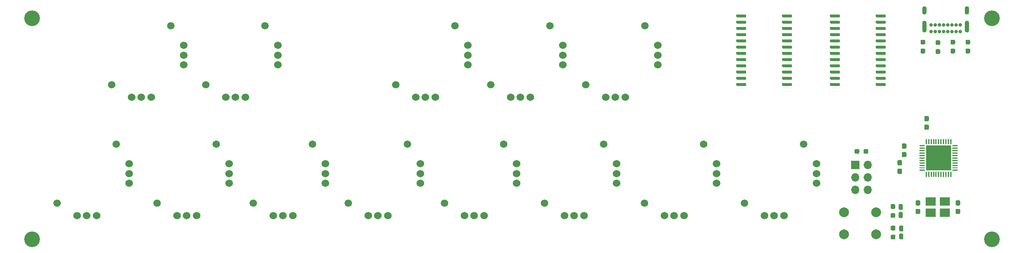
<source format=gbr>
%TF.GenerationSoftware,KiCad,Pcbnew,(5.1.9)-1*%
%TF.CreationDate,2022-01-24T16:54:11-08:00*%
%TF.ProjectId,pspMidi,7073704d-6964-4692-9e6b-696361645f70,rev?*%
%TF.SameCoordinates,Original*%
%TF.FileFunction,Soldermask,Top*%
%TF.FilePolarity,Negative*%
%FSLAX46Y46*%
G04 Gerber Fmt 4.6, Leading zero omitted, Abs format (unit mm)*
G04 Created by KiCad (PCBNEW (5.1.9)-1) date 2022-01-24 16:54:11*
%MOMM*%
%LPD*%
G01*
G04 APERTURE LIST*
%ADD10C,3.200000*%
%ADD11R,2.100000X1.800000*%
%ADD12C,1.500000*%
%ADD13C,1.524000*%
%ADD14R,5.200000X5.200000*%
%ADD15C,2.000000*%
%ADD16O,1.700000X1.700000*%
%ADD17R,1.700000X1.700000*%
%ADD18O,0.900000X1.700000*%
%ADD19O,0.900000X2.400000*%
%ADD20C,0.700000*%
G04 APERTURE END LIST*
D10*
%TO.C,REF\u002A\u002A*%
X41000000Y-56000000D03*
%TD*%
%TO.C,REF\u002A\u002A*%
X41000000Y-101000000D03*
%TD*%
%TO.C,REF\u002A\u002A*%
X236000000Y-101000000D03*
%TD*%
%TO.C,REF\u002A\u002A*%
X236000000Y-56000000D03*
%TD*%
%TO.C,C5*%
G36*
G01*
X218423500Y-82579500D02*
X217948500Y-82579500D01*
G75*
G02*
X217711000Y-82342000I0J237500D01*
G01*
X217711000Y-81742000D01*
G75*
G02*
X217948500Y-81504500I237500J0D01*
G01*
X218423500Y-81504500D01*
G75*
G02*
X218661000Y-81742000I0J-237500D01*
G01*
X218661000Y-82342000D01*
G75*
G02*
X218423500Y-82579500I-237500J0D01*
G01*
G37*
G36*
G01*
X218423500Y-84304500D02*
X217948500Y-84304500D01*
G75*
G02*
X217711000Y-84067000I0J237500D01*
G01*
X217711000Y-83467000D01*
G75*
G02*
X217948500Y-83229500I237500J0D01*
G01*
X218423500Y-83229500D01*
G75*
G02*
X218661000Y-83467000I0J-237500D01*
G01*
X218661000Y-84067000D01*
G75*
G02*
X218423500Y-84304500I-237500J0D01*
G01*
G37*
%TD*%
D11*
%TO.C,Y1*%
X226494000Y-95638000D03*
X223594000Y-95638000D03*
X223594000Y-93338000D03*
X226494000Y-93338000D03*
%TD*%
D12*
%TO.C,VR13*%
X197770000Y-81630000D03*
X185770000Y-93630000D03*
D13*
X189770000Y-96230000D03*
X191770000Y-96230000D03*
X193770000Y-96230000D03*
X200370000Y-89630000D03*
X200370000Y-87630000D03*
X200370000Y-85630000D03*
%TD*%
D12*
%TO.C,VR12*%
X177450000Y-81630000D03*
X165450000Y-93630000D03*
D13*
X169450000Y-96230000D03*
X171450000Y-96230000D03*
X173450000Y-96230000D03*
X180050000Y-89630000D03*
X180050000Y-87630000D03*
X180050000Y-85630000D03*
%TD*%
D12*
%TO.C,VR11*%
X157130000Y-81630000D03*
X145130000Y-93630000D03*
D13*
X149130000Y-96230000D03*
X151130000Y-96230000D03*
X153130000Y-96230000D03*
X159730000Y-89630000D03*
X159730000Y-87630000D03*
X159730000Y-85630000D03*
%TD*%
D12*
%TO.C,VR10*%
X136810000Y-81630000D03*
X124810000Y-93630000D03*
D13*
X128810000Y-96230000D03*
X130810000Y-96230000D03*
X132810000Y-96230000D03*
X139410000Y-89630000D03*
X139410000Y-87630000D03*
X139410000Y-85630000D03*
%TD*%
D12*
%TO.C,VR9*%
X117252000Y-81630000D03*
X105252000Y-93630000D03*
D13*
X109252000Y-96230000D03*
X111252000Y-96230000D03*
X113252000Y-96230000D03*
X119852000Y-89630000D03*
X119852000Y-87630000D03*
X119852000Y-85630000D03*
%TD*%
D12*
%TO.C,VR8*%
X97948000Y-81630000D03*
X85948000Y-93630000D03*
D13*
X89948000Y-96230000D03*
X91948000Y-96230000D03*
X93948000Y-96230000D03*
X100548000Y-89630000D03*
X100548000Y-87630000D03*
X100548000Y-85630000D03*
%TD*%
D12*
%TO.C,VR7*%
X78390000Y-81630000D03*
X66390000Y-93630000D03*
D13*
X70390000Y-96230000D03*
X72390000Y-96230000D03*
X74390000Y-96230000D03*
X80990000Y-89630000D03*
X80990000Y-87630000D03*
X80990000Y-85630000D03*
%TD*%
D12*
%TO.C,VR6*%
X58070000Y-81630000D03*
X46070000Y-93630000D03*
D13*
X50070000Y-96230000D03*
X52070000Y-96230000D03*
X54070000Y-96230000D03*
X60670000Y-89630000D03*
X60670000Y-87630000D03*
X60670000Y-85630000D03*
%TD*%
D12*
%TO.C,VR5*%
X165512000Y-57500000D03*
X153512000Y-69500000D03*
D13*
X157512000Y-72100000D03*
X159512000Y-72100000D03*
X161512000Y-72100000D03*
X168112000Y-65500000D03*
X168112000Y-63500000D03*
X168112000Y-61500000D03*
%TD*%
D12*
%TO.C,VR4*%
X146208000Y-57500000D03*
X134208000Y-69500000D03*
D13*
X138208000Y-72100000D03*
X140208000Y-72100000D03*
X142208000Y-72100000D03*
X148808000Y-65500000D03*
X148808000Y-63500000D03*
X148808000Y-61500000D03*
%TD*%
D12*
%TO.C,VR3*%
X126904000Y-57500000D03*
X114904000Y-69500000D03*
D13*
X118904000Y-72100000D03*
X120904000Y-72100000D03*
X122904000Y-72100000D03*
X129504000Y-65500000D03*
X129504000Y-63500000D03*
X129504000Y-61500000D03*
%TD*%
D12*
%TO.C,VR2*%
X88296000Y-57500000D03*
X76296000Y-69500000D03*
D13*
X80296000Y-72100000D03*
X82296000Y-72100000D03*
X84296000Y-72100000D03*
X90896000Y-65500000D03*
X90896000Y-63500000D03*
X90896000Y-61500000D03*
%TD*%
D12*
%TO.C,VR1*%
X69166001Y-57500000D03*
X57166001Y-69500000D03*
D13*
X61166001Y-72100000D03*
X63166001Y-72100000D03*
X65166001Y-72100000D03*
X71766001Y-65500000D03*
X71766001Y-63500000D03*
X71766001Y-61500000D03*
%TD*%
%TO.C,U3*%
G36*
G01*
X193363000Y-55649000D02*
X193363000Y-55349000D01*
G75*
G02*
X193513000Y-55199000I150000J0D01*
G01*
X195263000Y-55199000D01*
G75*
G02*
X195413000Y-55349000I0J-150000D01*
G01*
X195413000Y-55649000D01*
G75*
G02*
X195263000Y-55799000I-150000J0D01*
G01*
X193513000Y-55799000D01*
G75*
G02*
X193363000Y-55649000I0J150000D01*
G01*
G37*
G36*
G01*
X193363000Y-56919000D02*
X193363000Y-56619000D01*
G75*
G02*
X193513000Y-56469000I150000J0D01*
G01*
X195263000Y-56469000D01*
G75*
G02*
X195413000Y-56619000I0J-150000D01*
G01*
X195413000Y-56919000D01*
G75*
G02*
X195263000Y-57069000I-150000J0D01*
G01*
X193513000Y-57069000D01*
G75*
G02*
X193363000Y-56919000I0J150000D01*
G01*
G37*
G36*
G01*
X193363000Y-58189000D02*
X193363000Y-57889000D01*
G75*
G02*
X193513000Y-57739000I150000J0D01*
G01*
X195263000Y-57739000D01*
G75*
G02*
X195413000Y-57889000I0J-150000D01*
G01*
X195413000Y-58189000D01*
G75*
G02*
X195263000Y-58339000I-150000J0D01*
G01*
X193513000Y-58339000D01*
G75*
G02*
X193363000Y-58189000I0J150000D01*
G01*
G37*
G36*
G01*
X193363000Y-59459000D02*
X193363000Y-59159000D01*
G75*
G02*
X193513000Y-59009000I150000J0D01*
G01*
X195263000Y-59009000D01*
G75*
G02*
X195413000Y-59159000I0J-150000D01*
G01*
X195413000Y-59459000D01*
G75*
G02*
X195263000Y-59609000I-150000J0D01*
G01*
X193513000Y-59609000D01*
G75*
G02*
X193363000Y-59459000I0J150000D01*
G01*
G37*
G36*
G01*
X193363000Y-60729000D02*
X193363000Y-60429000D01*
G75*
G02*
X193513000Y-60279000I150000J0D01*
G01*
X195263000Y-60279000D01*
G75*
G02*
X195413000Y-60429000I0J-150000D01*
G01*
X195413000Y-60729000D01*
G75*
G02*
X195263000Y-60879000I-150000J0D01*
G01*
X193513000Y-60879000D01*
G75*
G02*
X193363000Y-60729000I0J150000D01*
G01*
G37*
G36*
G01*
X193363000Y-61999000D02*
X193363000Y-61699000D01*
G75*
G02*
X193513000Y-61549000I150000J0D01*
G01*
X195263000Y-61549000D01*
G75*
G02*
X195413000Y-61699000I0J-150000D01*
G01*
X195413000Y-61999000D01*
G75*
G02*
X195263000Y-62149000I-150000J0D01*
G01*
X193513000Y-62149000D01*
G75*
G02*
X193363000Y-61999000I0J150000D01*
G01*
G37*
G36*
G01*
X193363000Y-63269000D02*
X193363000Y-62969000D01*
G75*
G02*
X193513000Y-62819000I150000J0D01*
G01*
X195263000Y-62819000D01*
G75*
G02*
X195413000Y-62969000I0J-150000D01*
G01*
X195413000Y-63269000D01*
G75*
G02*
X195263000Y-63419000I-150000J0D01*
G01*
X193513000Y-63419000D01*
G75*
G02*
X193363000Y-63269000I0J150000D01*
G01*
G37*
G36*
G01*
X193363000Y-64539000D02*
X193363000Y-64239000D01*
G75*
G02*
X193513000Y-64089000I150000J0D01*
G01*
X195263000Y-64089000D01*
G75*
G02*
X195413000Y-64239000I0J-150000D01*
G01*
X195413000Y-64539000D01*
G75*
G02*
X195263000Y-64689000I-150000J0D01*
G01*
X193513000Y-64689000D01*
G75*
G02*
X193363000Y-64539000I0J150000D01*
G01*
G37*
G36*
G01*
X193363000Y-65809000D02*
X193363000Y-65509000D01*
G75*
G02*
X193513000Y-65359000I150000J0D01*
G01*
X195263000Y-65359000D01*
G75*
G02*
X195413000Y-65509000I0J-150000D01*
G01*
X195413000Y-65809000D01*
G75*
G02*
X195263000Y-65959000I-150000J0D01*
G01*
X193513000Y-65959000D01*
G75*
G02*
X193363000Y-65809000I0J150000D01*
G01*
G37*
G36*
G01*
X193363000Y-67079000D02*
X193363000Y-66779000D01*
G75*
G02*
X193513000Y-66629000I150000J0D01*
G01*
X195263000Y-66629000D01*
G75*
G02*
X195413000Y-66779000I0J-150000D01*
G01*
X195413000Y-67079000D01*
G75*
G02*
X195263000Y-67229000I-150000J0D01*
G01*
X193513000Y-67229000D01*
G75*
G02*
X193363000Y-67079000I0J150000D01*
G01*
G37*
G36*
G01*
X193363000Y-68349000D02*
X193363000Y-68049000D01*
G75*
G02*
X193513000Y-67899000I150000J0D01*
G01*
X195263000Y-67899000D01*
G75*
G02*
X195413000Y-68049000I0J-150000D01*
G01*
X195413000Y-68349000D01*
G75*
G02*
X195263000Y-68499000I-150000J0D01*
G01*
X193513000Y-68499000D01*
G75*
G02*
X193363000Y-68349000I0J150000D01*
G01*
G37*
G36*
G01*
X193363000Y-69619000D02*
X193363000Y-69319000D01*
G75*
G02*
X193513000Y-69169000I150000J0D01*
G01*
X195263000Y-69169000D01*
G75*
G02*
X195413000Y-69319000I0J-150000D01*
G01*
X195413000Y-69619000D01*
G75*
G02*
X195263000Y-69769000I-150000J0D01*
G01*
X193513000Y-69769000D01*
G75*
G02*
X193363000Y-69619000I0J150000D01*
G01*
G37*
G36*
G01*
X184063000Y-69619000D02*
X184063000Y-69319000D01*
G75*
G02*
X184213000Y-69169000I150000J0D01*
G01*
X185963000Y-69169000D01*
G75*
G02*
X186113000Y-69319000I0J-150000D01*
G01*
X186113000Y-69619000D01*
G75*
G02*
X185963000Y-69769000I-150000J0D01*
G01*
X184213000Y-69769000D01*
G75*
G02*
X184063000Y-69619000I0J150000D01*
G01*
G37*
G36*
G01*
X184063000Y-68349000D02*
X184063000Y-68049000D01*
G75*
G02*
X184213000Y-67899000I150000J0D01*
G01*
X185963000Y-67899000D01*
G75*
G02*
X186113000Y-68049000I0J-150000D01*
G01*
X186113000Y-68349000D01*
G75*
G02*
X185963000Y-68499000I-150000J0D01*
G01*
X184213000Y-68499000D01*
G75*
G02*
X184063000Y-68349000I0J150000D01*
G01*
G37*
G36*
G01*
X184063000Y-67079000D02*
X184063000Y-66779000D01*
G75*
G02*
X184213000Y-66629000I150000J0D01*
G01*
X185963000Y-66629000D01*
G75*
G02*
X186113000Y-66779000I0J-150000D01*
G01*
X186113000Y-67079000D01*
G75*
G02*
X185963000Y-67229000I-150000J0D01*
G01*
X184213000Y-67229000D01*
G75*
G02*
X184063000Y-67079000I0J150000D01*
G01*
G37*
G36*
G01*
X184063000Y-65809000D02*
X184063000Y-65509000D01*
G75*
G02*
X184213000Y-65359000I150000J0D01*
G01*
X185963000Y-65359000D01*
G75*
G02*
X186113000Y-65509000I0J-150000D01*
G01*
X186113000Y-65809000D01*
G75*
G02*
X185963000Y-65959000I-150000J0D01*
G01*
X184213000Y-65959000D01*
G75*
G02*
X184063000Y-65809000I0J150000D01*
G01*
G37*
G36*
G01*
X184063000Y-64539000D02*
X184063000Y-64239000D01*
G75*
G02*
X184213000Y-64089000I150000J0D01*
G01*
X185963000Y-64089000D01*
G75*
G02*
X186113000Y-64239000I0J-150000D01*
G01*
X186113000Y-64539000D01*
G75*
G02*
X185963000Y-64689000I-150000J0D01*
G01*
X184213000Y-64689000D01*
G75*
G02*
X184063000Y-64539000I0J150000D01*
G01*
G37*
G36*
G01*
X184063000Y-63269000D02*
X184063000Y-62969000D01*
G75*
G02*
X184213000Y-62819000I150000J0D01*
G01*
X185963000Y-62819000D01*
G75*
G02*
X186113000Y-62969000I0J-150000D01*
G01*
X186113000Y-63269000D01*
G75*
G02*
X185963000Y-63419000I-150000J0D01*
G01*
X184213000Y-63419000D01*
G75*
G02*
X184063000Y-63269000I0J150000D01*
G01*
G37*
G36*
G01*
X184063000Y-61999000D02*
X184063000Y-61699000D01*
G75*
G02*
X184213000Y-61549000I150000J0D01*
G01*
X185963000Y-61549000D01*
G75*
G02*
X186113000Y-61699000I0J-150000D01*
G01*
X186113000Y-61999000D01*
G75*
G02*
X185963000Y-62149000I-150000J0D01*
G01*
X184213000Y-62149000D01*
G75*
G02*
X184063000Y-61999000I0J150000D01*
G01*
G37*
G36*
G01*
X184063000Y-60729000D02*
X184063000Y-60429000D01*
G75*
G02*
X184213000Y-60279000I150000J0D01*
G01*
X185963000Y-60279000D01*
G75*
G02*
X186113000Y-60429000I0J-150000D01*
G01*
X186113000Y-60729000D01*
G75*
G02*
X185963000Y-60879000I-150000J0D01*
G01*
X184213000Y-60879000D01*
G75*
G02*
X184063000Y-60729000I0J150000D01*
G01*
G37*
G36*
G01*
X184063000Y-59459000D02*
X184063000Y-59159000D01*
G75*
G02*
X184213000Y-59009000I150000J0D01*
G01*
X185963000Y-59009000D01*
G75*
G02*
X186113000Y-59159000I0J-150000D01*
G01*
X186113000Y-59459000D01*
G75*
G02*
X185963000Y-59609000I-150000J0D01*
G01*
X184213000Y-59609000D01*
G75*
G02*
X184063000Y-59459000I0J150000D01*
G01*
G37*
G36*
G01*
X184063000Y-58189000D02*
X184063000Y-57889000D01*
G75*
G02*
X184213000Y-57739000I150000J0D01*
G01*
X185963000Y-57739000D01*
G75*
G02*
X186113000Y-57889000I0J-150000D01*
G01*
X186113000Y-58189000D01*
G75*
G02*
X185963000Y-58339000I-150000J0D01*
G01*
X184213000Y-58339000D01*
G75*
G02*
X184063000Y-58189000I0J150000D01*
G01*
G37*
G36*
G01*
X184063000Y-56919000D02*
X184063000Y-56619000D01*
G75*
G02*
X184213000Y-56469000I150000J0D01*
G01*
X185963000Y-56469000D01*
G75*
G02*
X186113000Y-56619000I0J-150000D01*
G01*
X186113000Y-56919000D01*
G75*
G02*
X185963000Y-57069000I-150000J0D01*
G01*
X184213000Y-57069000D01*
G75*
G02*
X184063000Y-56919000I0J150000D01*
G01*
G37*
G36*
G01*
X184063000Y-55649000D02*
X184063000Y-55349000D01*
G75*
G02*
X184213000Y-55199000I150000J0D01*
G01*
X185963000Y-55199000D01*
G75*
G02*
X186113000Y-55349000I0J-150000D01*
G01*
X186113000Y-55649000D01*
G75*
G02*
X185963000Y-55799000I-150000J0D01*
G01*
X184213000Y-55799000D01*
G75*
G02*
X184063000Y-55649000I0J150000D01*
G01*
G37*
%TD*%
%TO.C,U2*%
G36*
G01*
X212413000Y-55649000D02*
X212413000Y-55349000D01*
G75*
G02*
X212563000Y-55199000I150000J0D01*
G01*
X214313000Y-55199000D01*
G75*
G02*
X214463000Y-55349000I0J-150000D01*
G01*
X214463000Y-55649000D01*
G75*
G02*
X214313000Y-55799000I-150000J0D01*
G01*
X212563000Y-55799000D01*
G75*
G02*
X212413000Y-55649000I0J150000D01*
G01*
G37*
G36*
G01*
X212413000Y-56919000D02*
X212413000Y-56619000D01*
G75*
G02*
X212563000Y-56469000I150000J0D01*
G01*
X214313000Y-56469000D01*
G75*
G02*
X214463000Y-56619000I0J-150000D01*
G01*
X214463000Y-56919000D01*
G75*
G02*
X214313000Y-57069000I-150000J0D01*
G01*
X212563000Y-57069000D01*
G75*
G02*
X212413000Y-56919000I0J150000D01*
G01*
G37*
G36*
G01*
X212413000Y-58189000D02*
X212413000Y-57889000D01*
G75*
G02*
X212563000Y-57739000I150000J0D01*
G01*
X214313000Y-57739000D01*
G75*
G02*
X214463000Y-57889000I0J-150000D01*
G01*
X214463000Y-58189000D01*
G75*
G02*
X214313000Y-58339000I-150000J0D01*
G01*
X212563000Y-58339000D01*
G75*
G02*
X212413000Y-58189000I0J150000D01*
G01*
G37*
G36*
G01*
X212413000Y-59459000D02*
X212413000Y-59159000D01*
G75*
G02*
X212563000Y-59009000I150000J0D01*
G01*
X214313000Y-59009000D01*
G75*
G02*
X214463000Y-59159000I0J-150000D01*
G01*
X214463000Y-59459000D01*
G75*
G02*
X214313000Y-59609000I-150000J0D01*
G01*
X212563000Y-59609000D01*
G75*
G02*
X212413000Y-59459000I0J150000D01*
G01*
G37*
G36*
G01*
X212413000Y-60729000D02*
X212413000Y-60429000D01*
G75*
G02*
X212563000Y-60279000I150000J0D01*
G01*
X214313000Y-60279000D01*
G75*
G02*
X214463000Y-60429000I0J-150000D01*
G01*
X214463000Y-60729000D01*
G75*
G02*
X214313000Y-60879000I-150000J0D01*
G01*
X212563000Y-60879000D01*
G75*
G02*
X212413000Y-60729000I0J150000D01*
G01*
G37*
G36*
G01*
X212413000Y-61999000D02*
X212413000Y-61699000D01*
G75*
G02*
X212563000Y-61549000I150000J0D01*
G01*
X214313000Y-61549000D01*
G75*
G02*
X214463000Y-61699000I0J-150000D01*
G01*
X214463000Y-61999000D01*
G75*
G02*
X214313000Y-62149000I-150000J0D01*
G01*
X212563000Y-62149000D01*
G75*
G02*
X212413000Y-61999000I0J150000D01*
G01*
G37*
G36*
G01*
X212413000Y-63269000D02*
X212413000Y-62969000D01*
G75*
G02*
X212563000Y-62819000I150000J0D01*
G01*
X214313000Y-62819000D01*
G75*
G02*
X214463000Y-62969000I0J-150000D01*
G01*
X214463000Y-63269000D01*
G75*
G02*
X214313000Y-63419000I-150000J0D01*
G01*
X212563000Y-63419000D01*
G75*
G02*
X212413000Y-63269000I0J150000D01*
G01*
G37*
G36*
G01*
X212413000Y-64539000D02*
X212413000Y-64239000D01*
G75*
G02*
X212563000Y-64089000I150000J0D01*
G01*
X214313000Y-64089000D01*
G75*
G02*
X214463000Y-64239000I0J-150000D01*
G01*
X214463000Y-64539000D01*
G75*
G02*
X214313000Y-64689000I-150000J0D01*
G01*
X212563000Y-64689000D01*
G75*
G02*
X212413000Y-64539000I0J150000D01*
G01*
G37*
G36*
G01*
X212413000Y-65809000D02*
X212413000Y-65509000D01*
G75*
G02*
X212563000Y-65359000I150000J0D01*
G01*
X214313000Y-65359000D01*
G75*
G02*
X214463000Y-65509000I0J-150000D01*
G01*
X214463000Y-65809000D01*
G75*
G02*
X214313000Y-65959000I-150000J0D01*
G01*
X212563000Y-65959000D01*
G75*
G02*
X212413000Y-65809000I0J150000D01*
G01*
G37*
G36*
G01*
X212413000Y-67079000D02*
X212413000Y-66779000D01*
G75*
G02*
X212563000Y-66629000I150000J0D01*
G01*
X214313000Y-66629000D01*
G75*
G02*
X214463000Y-66779000I0J-150000D01*
G01*
X214463000Y-67079000D01*
G75*
G02*
X214313000Y-67229000I-150000J0D01*
G01*
X212563000Y-67229000D01*
G75*
G02*
X212413000Y-67079000I0J150000D01*
G01*
G37*
G36*
G01*
X212413000Y-68349000D02*
X212413000Y-68049000D01*
G75*
G02*
X212563000Y-67899000I150000J0D01*
G01*
X214313000Y-67899000D01*
G75*
G02*
X214463000Y-68049000I0J-150000D01*
G01*
X214463000Y-68349000D01*
G75*
G02*
X214313000Y-68499000I-150000J0D01*
G01*
X212563000Y-68499000D01*
G75*
G02*
X212413000Y-68349000I0J150000D01*
G01*
G37*
G36*
G01*
X212413000Y-69619000D02*
X212413000Y-69319000D01*
G75*
G02*
X212563000Y-69169000I150000J0D01*
G01*
X214313000Y-69169000D01*
G75*
G02*
X214463000Y-69319000I0J-150000D01*
G01*
X214463000Y-69619000D01*
G75*
G02*
X214313000Y-69769000I-150000J0D01*
G01*
X212563000Y-69769000D01*
G75*
G02*
X212413000Y-69619000I0J150000D01*
G01*
G37*
G36*
G01*
X203113000Y-69619000D02*
X203113000Y-69319000D01*
G75*
G02*
X203263000Y-69169000I150000J0D01*
G01*
X205013000Y-69169000D01*
G75*
G02*
X205163000Y-69319000I0J-150000D01*
G01*
X205163000Y-69619000D01*
G75*
G02*
X205013000Y-69769000I-150000J0D01*
G01*
X203263000Y-69769000D01*
G75*
G02*
X203113000Y-69619000I0J150000D01*
G01*
G37*
G36*
G01*
X203113000Y-68349000D02*
X203113000Y-68049000D01*
G75*
G02*
X203263000Y-67899000I150000J0D01*
G01*
X205013000Y-67899000D01*
G75*
G02*
X205163000Y-68049000I0J-150000D01*
G01*
X205163000Y-68349000D01*
G75*
G02*
X205013000Y-68499000I-150000J0D01*
G01*
X203263000Y-68499000D01*
G75*
G02*
X203113000Y-68349000I0J150000D01*
G01*
G37*
G36*
G01*
X203113000Y-67079000D02*
X203113000Y-66779000D01*
G75*
G02*
X203263000Y-66629000I150000J0D01*
G01*
X205013000Y-66629000D01*
G75*
G02*
X205163000Y-66779000I0J-150000D01*
G01*
X205163000Y-67079000D01*
G75*
G02*
X205013000Y-67229000I-150000J0D01*
G01*
X203263000Y-67229000D01*
G75*
G02*
X203113000Y-67079000I0J150000D01*
G01*
G37*
G36*
G01*
X203113000Y-65809000D02*
X203113000Y-65509000D01*
G75*
G02*
X203263000Y-65359000I150000J0D01*
G01*
X205013000Y-65359000D01*
G75*
G02*
X205163000Y-65509000I0J-150000D01*
G01*
X205163000Y-65809000D01*
G75*
G02*
X205013000Y-65959000I-150000J0D01*
G01*
X203263000Y-65959000D01*
G75*
G02*
X203113000Y-65809000I0J150000D01*
G01*
G37*
G36*
G01*
X203113000Y-64539000D02*
X203113000Y-64239000D01*
G75*
G02*
X203263000Y-64089000I150000J0D01*
G01*
X205013000Y-64089000D01*
G75*
G02*
X205163000Y-64239000I0J-150000D01*
G01*
X205163000Y-64539000D01*
G75*
G02*
X205013000Y-64689000I-150000J0D01*
G01*
X203263000Y-64689000D01*
G75*
G02*
X203113000Y-64539000I0J150000D01*
G01*
G37*
G36*
G01*
X203113000Y-63269000D02*
X203113000Y-62969000D01*
G75*
G02*
X203263000Y-62819000I150000J0D01*
G01*
X205013000Y-62819000D01*
G75*
G02*
X205163000Y-62969000I0J-150000D01*
G01*
X205163000Y-63269000D01*
G75*
G02*
X205013000Y-63419000I-150000J0D01*
G01*
X203263000Y-63419000D01*
G75*
G02*
X203113000Y-63269000I0J150000D01*
G01*
G37*
G36*
G01*
X203113000Y-61999000D02*
X203113000Y-61699000D01*
G75*
G02*
X203263000Y-61549000I150000J0D01*
G01*
X205013000Y-61549000D01*
G75*
G02*
X205163000Y-61699000I0J-150000D01*
G01*
X205163000Y-61999000D01*
G75*
G02*
X205013000Y-62149000I-150000J0D01*
G01*
X203263000Y-62149000D01*
G75*
G02*
X203113000Y-61999000I0J150000D01*
G01*
G37*
G36*
G01*
X203113000Y-60729000D02*
X203113000Y-60429000D01*
G75*
G02*
X203263000Y-60279000I150000J0D01*
G01*
X205013000Y-60279000D01*
G75*
G02*
X205163000Y-60429000I0J-150000D01*
G01*
X205163000Y-60729000D01*
G75*
G02*
X205013000Y-60879000I-150000J0D01*
G01*
X203263000Y-60879000D01*
G75*
G02*
X203113000Y-60729000I0J150000D01*
G01*
G37*
G36*
G01*
X203113000Y-59459000D02*
X203113000Y-59159000D01*
G75*
G02*
X203263000Y-59009000I150000J0D01*
G01*
X205013000Y-59009000D01*
G75*
G02*
X205163000Y-59159000I0J-150000D01*
G01*
X205163000Y-59459000D01*
G75*
G02*
X205013000Y-59609000I-150000J0D01*
G01*
X203263000Y-59609000D01*
G75*
G02*
X203113000Y-59459000I0J150000D01*
G01*
G37*
G36*
G01*
X203113000Y-58189000D02*
X203113000Y-57889000D01*
G75*
G02*
X203263000Y-57739000I150000J0D01*
G01*
X205013000Y-57739000D01*
G75*
G02*
X205163000Y-57889000I0J-150000D01*
G01*
X205163000Y-58189000D01*
G75*
G02*
X205013000Y-58339000I-150000J0D01*
G01*
X203263000Y-58339000D01*
G75*
G02*
X203113000Y-58189000I0J150000D01*
G01*
G37*
G36*
G01*
X203113000Y-56919000D02*
X203113000Y-56619000D01*
G75*
G02*
X203263000Y-56469000I150000J0D01*
G01*
X205013000Y-56469000D01*
G75*
G02*
X205163000Y-56619000I0J-150000D01*
G01*
X205163000Y-56919000D01*
G75*
G02*
X205013000Y-57069000I-150000J0D01*
G01*
X203263000Y-57069000D01*
G75*
G02*
X203113000Y-56919000I0J150000D01*
G01*
G37*
G36*
G01*
X203113000Y-55649000D02*
X203113000Y-55349000D01*
G75*
G02*
X203263000Y-55199000I150000J0D01*
G01*
X205013000Y-55199000D01*
G75*
G02*
X205163000Y-55349000I0J-150000D01*
G01*
X205163000Y-55649000D01*
G75*
G02*
X205013000Y-55799000I-150000J0D01*
G01*
X203263000Y-55799000D01*
G75*
G02*
X203113000Y-55649000I0J150000D01*
G01*
G37*
%TD*%
D14*
%TO.C,U1*%
X225186000Y-84470000D03*
G36*
G01*
X222561000Y-81607500D02*
X222561000Y-80657500D01*
G75*
G02*
X222623500Y-80595000I62500J0D01*
G01*
X222748500Y-80595000D01*
G75*
G02*
X222811000Y-80657500I0J-62500D01*
G01*
X222811000Y-81607500D01*
G75*
G02*
X222748500Y-81670000I-62500J0D01*
G01*
X222623500Y-81670000D01*
G75*
G02*
X222561000Y-81607500I0J62500D01*
G01*
G37*
G36*
G01*
X223061000Y-81607500D02*
X223061000Y-80657500D01*
G75*
G02*
X223123500Y-80595000I62500J0D01*
G01*
X223248500Y-80595000D01*
G75*
G02*
X223311000Y-80657500I0J-62500D01*
G01*
X223311000Y-81607500D01*
G75*
G02*
X223248500Y-81670000I-62500J0D01*
G01*
X223123500Y-81670000D01*
G75*
G02*
X223061000Y-81607500I0J62500D01*
G01*
G37*
G36*
G01*
X223561000Y-81607500D02*
X223561000Y-80657500D01*
G75*
G02*
X223623500Y-80595000I62500J0D01*
G01*
X223748500Y-80595000D01*
G75*
G02*
X223811000Y-80657500I0J-62500D01*
G01*
X223811000Y-81607500D01*
G75*
G02*
X223748500Y-81670000I-62500J0D01*
G01*
X223623500Y-81670000D01*
G75*
G02*
X223561000Y-81607500I0J62500D01*
G01*
G37*
G36*
G01*
X224061000Y-81607500D02*
X224061000Y-80657500D01*
G75*
G02*
X224123500Y-80595000I62500J0D01*
G01*
X224248500Y-80595000D01*
G75*
G02*
X224311000Y-80657500I0J-62500D01*
G01*
X224311000Y-81607500D01*
G75*
G02*
X224248500Y-81670000I-62500J0D01*
G01*
X224123500Y-81670000D01*
G75*
G02*
X224061000Y-81607500I0J62500D01*
G01*
G37*
G36*
G01*
X224561000Y-81607500D02*
X224561000Y-80657500D01*
G75*
G02*
X224623500Y-80595000I62500J0D01*
G01*
X224748500Y-80595000D01*
G75*
G02*
X224811000Y-80657500I0J-62500D01*
G01*
X224811000Y-81607500D01*
G75*
G02*
X224748500Y-81670000I-62500J0D01*
G01*
X224623500Y-81670000D01*
G75*
G02*
X224561000Y-81607500I0J62500D01*
G01*
G37*
G36*
G01*
X225061000Y-81607500D02*
X225061000Y-80657500D01*
G75*
G02*
X225123500Y-80595000I62500J0D01*
G01*
X225248500Y-80595000D01*
G75*
G02*
X225311000Y-80657500I0J-62500D01*
G01*
X225311000Y-81607500D01*
G75*
G02*
X225248500Y-81670000I-62500J0D01*
G01*
X225123500Y-81670000D01*
G75*
G02*
X225061000Y-81607500I0J62500D01*
G01*
G37*
G36*
G01*
X225561000Y-81607500D02*
X225561000Y-80657500D01*
G75*
G02*
X225623500Y-80595000I62500J0D01*
G01*
X225748500Y-80595000D01*
G75*
G02*
X225811000Y-80657500I0J-62500D01*
G01*
X225811000Y-81607500D01*
G75*
G02*
X225748500Y-81670000I-62500J0D01*
G01*
X225623500Y-81670000D01*
G75*
G02*
X225561000Y-81607500I0J62500D01*
G01*
G37*
G36*
G01*
X226061000Y-81607500D02*
X226061000Y-80657500D01*
G75*
G02*
X226123500Y-80595000I62500J0D01*
G01*
X226248500Y-80595000D01*
G75*
G02*
X226311000Y-80657500I0J-62500D01*
G01*
X226311000Y-81607500D01*
G75*
G02*
X226248500Y-81670000I-62500J0D01*
G01*
X226123500Y-81670000D01*
G75*
G02*
X226061000Y-81607500I0J62500D01*
G01*
G37*
G36*
G01*
X226561000Y-81607500D02*
X226561000Y-80657500D01*
G75*
G02*
X226623500Y-80595000I62500J0D01*
G01*
X226748500Y-80595000D01*
G75*
G02*
X226811000Y-80657500I0J-62500D01*
G01*
X226811000Y-81607500D01*
G75*
G02*
X226748500Y-81670000I-62500J0D01*
G01*
X226623500Y-81670000D01*
G75*
G02*
X226561000Y-81607500I0J62500D01*
G01*
G37*
G36*
G01*
X227061000Y-81607500D02*
X227061000Y-80657500D01*
G75*
G02*
X227123500Y-80595000I62500J0D01*
G01*
X227248500Y-80595000D01*
G75*
G02*
X227311000Y-80657500I0J-62500D01*
G01*
X227311000Y-81607500D01*
G75*
G02*
X227248500Y-81670000I-62500J0D01*
G01*
X227123500Y-81670000D01*
G75*
G02*
X227061000Y-81607500I0J62500D01*
G01*
G37*
G36*
G01*
X227561000Y-81607500D02*
X227561000Y-80657500D01*
G75*
G02*
X227623500Y-80595000I62500J0D01*
G01*
X227748500Y-80595000D01*
G75*
G02*
X227811000Y-80657500I0J-62500D01*
G01*
X227811000Y-81607500D01*
G75*
G02*
X227748500Y-81670000I-62500J0D01*
G01*
X227623500Y-81670000D01*
G75*
G02*
X227561000Y-81607500I0J62500D01*
G01*
G37*
G36*
G01*
X227986000Y-82032500D02*
X227986000Y-81907500D01*
G75*
G02*
X228048500Y-81845000I62500J0D01*
G01*
X228998500Y-81845000D01*
G75*
G02*
X229061000Y-81907500I0J-62500D01*
G01*
X229061000Y-82032500D01*
G75*
G02*
X228998500Y-82095000I-62500J0D01*
G01*
X228048500Y-82095000D01*
G75*
G02*
X227986000Y-82032500I0J62500D01*
G01*
G37*
G36*
G01*
X227986000Y-82532500D02*
X227986000Y-82407500D01*
G75*
G02*
X228048500Y-82345000I62500J0D01*
G01*
X228998500Y-82345000D01*
G75*
G02*
X229061000Y-82407500I0J-62500D01*
G01*
X229061000Y-82532500D01*
G75*
G02*
X228998500Y-82595000I-62500J0D01*
G01*
X228048500Y-82595000D01*
G75*
G02*
X227986000Y-82532500I0J62500D01*
G01*
G37*
G36*
G01*
X227986000Y-83032500D02*
X227986000Y-82907500D01*
G75*
G02*
X228048500Y-82845000I62500J0D01*
G01*
X228998500Y-82845000D01*
G75*
G02*
X229061000Y-82907500I0J-62500D01*
G01*
X229061000Y-83032500D01*
G75*
G02*
X228998500Y-83095000I-62500J0D01*
G01*
X228048500Y-83095000D01*
G75*
G02*
X227986000Y-83032500I0J62500D01*
G01*
G37*
G36*
G01*
X227986000Y-83532500D02*
X227986000Y-83407500D01*
G75*
G02*
X228048500Y-83345000I62500J0D01*
G01*
X228998500Y-83345000D01*
G75*
G02*
X229061000Y-83407500I0J-62500D01*
G01*
X229061000Y-83532500D01*
G75*
G02*
X228998500Y-83595000I-62500J0D01*
G01*
X228048500Y-83595000D01*
G75*
G02*
X227986000Y-83532500I0J62500D01*
G01*
G37*
G36*
G01*
X227986000Y-84032500D02*
X227986000Y-83907500D01*
G75*
G02*
X228048500Y-83845000I62500J0D01*
G01*
X228998500Y-83845000D01*
G75*
G02*
X229061000Y-83907500I0J-62500D01*
G01*
X229061000Y-84032500D01*
G75*
G02*
X228998500Y-84095000I-62500J0D01*
G01*
X228048500Y-84095000D01*
G75*
G02*
X227986000Y-84032500I0J62500D01*
G01*
G37*
G36*
G01*
X227986000Y-84532500D02*
X227986000Y-84407500D01*
G75*
G02*
X228048500Y-84345000I62500J0D01*
G01*
X228998500Y-84345000D01*
G75*
G02*
X229061000Y-84407500I0J-62500D01*
G01*
X229061000Y-84532500D01*
G75*
G02*
X228998500Y-84595000I-62500J0D01*
G01*
X228048500Y-84595000D01*
G75*
G02*
X227986000Y-84532500I0J62500D01*
G01*
G37*
G36*
G01*
X227986000Y-85032500D02*
X227986000Y-84907500D01*
G75*
G02*
X228048500Y-84845000I62500J0D01*
G01*
X228998500Y-84845000D01*
G75*
G02*
X229061000Y-84907500I0J-62500D01*
G01*
X229061000Y-85032500D01*
G75*
G02*
X228998500Y-85095000I-62500J0D01*
G01*
X228048500Y-85095000D01*
G75*
G02*
X227986000Y-85032500I0J62500D01*
G01*
G37*
G36*
G01*
X227986000Y-85532500D02*
X227986000Y-85407500D01*
G75*
G02*
X228048500Y-85345000I62500J0D01*
G01*
X228998500Y-85345000D01*
G75*
G02*
X229061000Y-85407500I0J-62500D01*
G01*
X229061000Y-85532500D01*
G75*
G02*
X228998500Y-85595000I-62500J0D01*
G01*
X228048500Y-85595000D01*
G75*
G02*
X227986000Y-85532500I0J62500D01*
G01*
G37*
G36*
G01*
X227986000Y-86032500D02*
X227986000Y-85907500D01*
G75*
G02*
X228048500Y-85845000I62500J0D01*
G01*
X228998500Y-85845000D01*
G75*
G02*
X229061000Y-85907500I0J-62500D01*
G01*
X229061000Y-86032500D01*
G75*
G02*
X228998500Y-86095000I-62500J0D01*
G01*
X228048500Y-86095000D01*
G75*
G02*
X227986000Y-86032500I0J62500D01*
G01*
G37*
G36*
G01*
X227986000Y-86532500D02*
X227986000Y-86407500D01*
G75*
G02*
X228048500Y-86345000I62500J0D01*
G01*
X228998500Y-86345000D01*
G75*
G02*
X229061000Y-86407500I0J-62500D01*
G01*
X229061000Y-86532500D01*
G75*
G02*
X228998500Y-86595000I-62500J0D01*
G01*
X228048500Y-86595000D01*
G75*
G02*
X227986000Y-86532500I0J62500D01*
G01*
G37*
G36*
G01*
X227986000Y-87032500D02*
X227986000Y-86907500D01*
G75*
G02*
X228048500Y-86845000I62500J0D01*
G01*
X228998500Y-86845000D01*
G75*
G02*
X229061000Y-86907500I0J-62500D01*
G01*
X229061000Y-87032500D01*
G75*
G02*
X228998500Y-87095000I-62500J0D01*
G01*
X228048500Y-87095000D01*
G75*
G02*
X227986000Y-87032500I0J62500D01*
G01*
G37*
G36*
G01*
X227561000Y-88282500D02*
X227561000Y-87332500D01*
G75*
G02*
X227623500Y-87270000I62500J0D01*
G01*
X227748500Y-87270000D01*
G75*
G02*
X227811000Y-87332500I0J-62500D01*
G01*
X227811000Y-88282500D01*
G75*
G02*
X227748500Y-88345000I-62500J0D01*
G01*
X227623500Y-88345000D01*
G75*
G02*
X227561000Y-88282500I0J62500D01*
G01*
G37*
G36*
G01*
X227061000Y-88282500D02*
X227061000Y-87332500D01*
G75*
G02*
X227123500Y-87270000I62500J0D01*
G01*
X227248500Y-87270000D01*
G75*
G02*
X227311000Y-87332500I0J-62500D01*
G01*
X227311000Y-88282500D01*
G75*
G02*
X227248500Y-88345000I-62500J0D01*
G01*
X227123500Y-88345000D01*
G75*
G02*
X227061000Y-88282500I0J62500D01*
G01*
G37*
G36*
G01*
X226561000Y-88282500D02*
X226561000Y-87332500D01*
G75*
G02*
X226623500Y-87270000I62500J0D01*
G01*
X226748500Y-87270000D01*
G75*
G02*
X226811000Y-87332500I0J-62500D01*
G01*
X226811000Y-88282500D01*
G75*
G02*
X226748500Y-88345000I-62500J0D01*
G01*
X226623500Y-88345000D01*
G75*
G02*
X226561000Y-88282500I0J62500D01*
G01*
G37*
G36*
G01*
X226061000Y-88282500D02*
X226061000Y-87332500D01*
G75*
G02*
X226123500Y-87270000I62500J0D01*
G01*
X226248500Y-87270000D01*
G75*
G02*
X226311000Y-87332500I0J-62500D01*
G01*
X226311000Y-88282500D01*
G75*
G02*
X226248500Y-88345000I-62500J0D01*
G01*
X226123500Y-88345000D01*
G75*
G02*
X226061000Y-88282500I0J62500D01*
G01*
G37*
G36*
G01*
X225561000Y-88282500D02*
X225561000Y-87332500D01*
G75*
G02*
X225623500Y-87270000I62500J0D01*
G01*
X225748500Y-87270000D01*
G75*
G02*
X225811000Y-87332500I0J-62500D01*
G01*
X225811000Y-88282500D01*
G75*
G02*
X225748500Y-88345000I-62500J0D01*
G01*
X225623500Y-88345000D01*
G75*
G02*
X225561000Y-88282500I0J62500D01*
G01*
G37*
G36*
G01*
X225061000Y-88282500D02*
X225061000Y-87332500D01*
G75*
G02*
X225123500Y-87270000I62500J0D01*
G01*
X225248500Y-87270000D01*
G75*
G02*
X225311000Y-87332500I0J-62500D01*
G01*
X225311000Y-88282500D01*
G75*
G02*
X225248500Y-88345000I-62500J0D01*
G01*
X225123500Y-88345000D01*
G75*
G02*
X225061000Y-88282500I0J62500D01*
G01*
G37*
G36*
G01*
X224561000Y-88282500D02*
X224561000Y-87332500D01*
G75*
G02*
X224623500Y-87270000I62500J0D01*
G01*
X224748500Y-87270000D01*
G75*
G02*
X224811000Y-87332500I0J-62500D01*
G01*
X224811000Y-88282500D01*
G75*
G02*
X224748500Y-88345000I-62500J0D01*
G01*
X224623500Y-88345000D01*
G75*
G02*
X224561000Y-88282500I0J62500D01*
G01*
G37*
G36*
G01*
X224061000Y-88282500D02*
X224061000Y-87332500D01*
G75*
G02*
X224123500Y-87270000I62500J0D01*
G01*
X224248500Y-87270000D01*
G75*
G02*
X224311000Y-87332500I0J-62500D01*
G01*
X224311000Y-88282500D01*
G75*
G02*
X224248500Y-88345000I-62500J0D01*
G01*
X224123500Y-88345000D01*
G75*
G02*
X224061000Y-88282500I0J62500D01*
G01*
G37*
G36*
G01*
X223561000Y-88282500D02*
X223561000Y-87332500D01*
G75*
G02*
X223623500Y-87270000I62500J0D01*
G01*
X223748500Y-87270000D01*
G75*
G02*
X223811000Y-87332500I0J-62500D01*
G01*
X223811000Y-88282500D01*
G75*
G02*
X223748500Y-88345000I-62500J0D01*
G01*
X223623500Y-88345000D01*
G75*
G02*
X223561000Y-88282500I0J62500D01*
G01*
G37*
G36*
G01*
X223061000Y-88282500D02*
X223061000Y-87332500D01*
G75*
G02*
X223123500Y-87270000I62500J0D01*
G01*
X223248500Y-87270000D01*
G75*
G02*
X223311000Y-87332500I0J-62500D01*
G01*
X223311000Y-88282500D01*
G75*
G02*
X223248500Y-88345000I-62500J0D01*
G01*
X223123500Y-88345000D01*
G75*
G02*
X223061000Y-88282500I0J62500D01*
G01*
G37*
G36*
G01*
X222561000Y-88282500D02*
X222561000Y-87332500D01*
G75*
G02*
X222623500Y-87270000I62500J0D01*
G01*
X222748500Y-87270000D01*
G75*
G02*
X222811000Y-87332500I0J-62500D01*
G01*
X222811000Y-88282500D01*
G75*
G02*
X222748500Y-88345000I-62500J0D01*
G01*
X222623500Y-88345000D01*
G75*
G02*
X222561000Y-88282500I0J62500D01*
G01*
G37*
G36*
G01*
X221311000Y-87032500D02*
X221311000Y-86907500D01*
G75*
G02*
X221373500Y-86845000I62500J0D01*
G01*
X222323500Y-86845000D01*
G75*
G02*
X222386000Y-86907500I0J-62500D01*
G01*
X222386000Y-87032500D01*
G75*
G02*
X222323500Y-87095000I-62500J0D01*
G01*
X221373500Y-87095000D01*
G75*
G02*
X221311000Y-87032500I0J62500D01*
G01*
G37*
G36*
G01*
X221311000Y-86532500D02*
X221311000Y-86407500D01*
G75*
G02*
X221373500Y-86345000I62500J0D01*
G01*
X222323500Y-86345000D01*
G75*
G02*
X222386000Y-86407500I0J-62500D01*
G01*
X222386000Y-86532500D01*
G75*
G02*
X222323500Y-86595000I-62500J0D01*
G01*
X221373500Y-86595000D01*
G75*
G02*
X221311000Y-86532500I0J62500D01*
G01*
G37*
G36*
G01*
X221311000Y-86032500D02*
X221311000Y-85907500D01*
G75*
G02*
X221373500Y-85845000I62500J0D01*
G01*
X222323500Y-85845000D01*
G75*
G02*
X222386000Y-85907500I0J-62500D01*
G01*
X222386000Y-86032500D01*
G75*
G02*
X222323500Y-86095000I-62500J0D01*
G01*
X221373500Y-86095000D01*
G75*
G02*
X221311000Y-86032500I0J62500D01*
G01*
G37*
G36*
G01*
X221311000Y-85532500D02*
X221311000Y-85407500D01*
G75*
G02*
X221373500Y-85345000I62500J0D01*
G01*
X222323500Y-85345000D01*
G75*
G02*
X222386000Y-85407500I0J-62500D01*
G01*
X222386000Y-85532500D01*
G75*
G02*
X222323500Y-85595000I-62500J0D01*
G01*
X221373500Y-85595000D01*
G75*
G02*
X221311000Y-85532500I0J62500D01*
G01*
G37*
G36*
G01*
X221311000Y-85032500D02*
X221311000Y-84907500D01*
G75*
G02*
X221373500Y-84845000I62500J0D01*
G01*
X222323500Y-84845000D01*
G75*
G02*
X222386000Y-84907500I0J-62500D01*
G01*
X222386000Y-85032500D01*
G75*
G02*
X222323500Y-85095000I-62500J0D01*
G01*
X221373500Y-85095000D01*
G75*
G02*
X221311000Y-85032500I0J62500D01*
G01*
G37*
G36*
G01*
X221311000Y-84532500D02*
X221311000Y-84407500D01*
G75*
G02*
X221373500Y-84345000I62500J0D01*
G01*
X222323500Y-84345000D01*
G75*
G02*
X222386000Y-84407500I0J-62500D01*
G01*
X222386000Y-84532500D01*
G75*
G02*
X222323500Y-84595000I-62500J0D01*
G01*
X221373500Y-84595000D01*
G75*
G02*
X221311000Y-84532500I0J62500D01*
G01*
G37*
G36*
G01*
X221311000Y-84032500D02*
X221311000Y-83907500D01*
G75*
G02*
X221373500Y-83845000I62500J0D01*
G01*
X222323500Y-83845000D01*
G75*
G02*
X222386000Y-83907500I0J-62500D01*
G01*
X222386000Y-84032500D01*
G75*
G02*
X222323500Y-84095000I-62500J0D01*
G01*
X221373500Y-84095000D01*
G75*
G02*
X221311000Y-84032500I0J62500D01*
G01*
G37*
G36*
G01*
X221311000Y-83532500D02*
X221311000Y-83407500D01*
G75*
G02*
X221373500Y-83345000I62500J0D01*
G01*
X222323500Y-83345000D01*
G75*
G02*
X222386000Y-83407500I0J-62500D01*
G01*
X222386000Y-83532500D01*
G75*
G02*
X222323500Y-83595000I-62500J0D01*
G01*
X221373500Y-83595000D01*
G75*
G02*
X221311000Y-83532500I0J62500D01*
G01*
G37*
G36*
G01*
X221311000Y-83032500D02*
X221311000Y-82907500D01*
G75*
G02*
X221373500Y-82845000I62500J0D01*
G01*
X222323500Y-82845000D01*
G75*
G02*
X222386000Y-82907500I0J-62500D01*
G01*
X222386000Y-83032500D01*
G75*
G02*
X222323500Y-83095000I-62500J0D01*
G01*
X221373500Y-83095000D01*
G75*
G02*
X221311000Y-83032500I0J62500D01*
G01*
G37*
G36*
G01*
X221311000Y-82532500D02*
X221311000Y-82407500D01*
G75*
G02*
X221373500Y-82345000I62500J0D01*
G01*
X222323500Y-82345000D01*
G75*
G02*
X222386000Y-82407500I0J-62500D01*
G01*
X222386000Y-82532500D01*
G75*
G02*
X222323500Y-82595000I-62500J0D01*
G01*
X221373500Y-82595000D01*
G75*
G02*
X221311000Y-82532500I0J62500D01*
G01*
G37*
G36*
G01*
X221311000Y-82032500D02*
X221311000Y-81907500D01*
G75*
G02*
X221373500Y-81845000I62500J0D01*
G01*
X222323500Y-81845000D01*
G75*
G02*
X222386000Y-81907500I0J-62500D01*
G01*
X222386000Y-82032500D01*
G75*
G02*
X222323500Y-82095000I-62500J0D01*
G01*
X221373500Y-82095000D01*
G75*
G02*
X221311000Y-82032500I0J62500D01*
G01*
G37*
%TD*%
D15*
%TO.C,SW1*%
X212500000Y-95500000D03*
X212500000Y-100000000D03*
X206000000Y-95500000D03*
X206000000Y-100000000D03*
%TD*%
%TO.C,R7*%
G36*
G01*
X215662500Y-95687500D02*
X216137500Y-95687500D01*
G75*
G02*
X216375000Y-95925000I0J-237500D01*
G01*
X216375000Y-96425000D01*
G75*
G02*
X216137500Y-96662500I-237500J0D01*
G01*
X215662500Y-96662500D01*
G75*
G02*
X215425000Y-96425000I0J237500D01*
G01*
X215425000Y-95925000D01*
G75*
G02*
X215662500Y-95687500I237500J0D01*
G01*
G37*
G36*
G01*
X215662500Y-93862500D02*
X216137500Y-93862500D01*
G75*
G02*
X216375000Y-94100000I0J-237500D01*
G01*
X216375000Y-94600000D01*
G75*
G02*
X216137500Y-94837500I-237500J0D01*
G01*
X215662500Y-94837500D01*
G75*
G02*
X215425000Y-94600000I0J237500D01*
G01*
X215425000Y-94100000D01*
G75*
G02*
X215662500Y-93862500I237500J0D01*
G01*
G37*
%TD*%
%TO.C,R6*%
G36*
G01*
X215712500Y-100075000D02*
X216187500Y-100075000D01*
G75*
G02*
X216425000Y-100312500I0J-237500D01*
G01*
X216425000Y-100812500D01*
G75*
G02*
X216187500Y-101050000I-237500J0D01*
G01*
X215712500Y-101050000D01*
G75*
G02*
X215475000Y-100812500I0J237500D01*
G01*
X215475000Y-100312500D01*
G75*
G02*
X215712500Y-100075000I237500J0D01*
G01*
G37*
G36*
G01*
X215712500Y-98250000D02*
X216187500Y-98250000D01*
G75*
G02*
X216425000Y-98487500I0J-237500D01*
G01*
X216425000Y-98987500D01*
G75*
G02*
X216187500Y-99225000I-237500J0D01*
G01*
X215712500Y-99225000D01*
G75*
G02*
X215475000Y-98987500I0J237500D01*
G01*
X215475000Y-98487500D01*
G75*
G02*
X215712500Y-98250000I237500J0D01*
G01*
G37*
%TD*%
%TO.C,R5*%
G36*
G01*
X209937500Y-83337500D02*
X209937500Y-82862500D01*
G75*
G02*
X210175000Y-82625000I237500J0D01*
G01*
X210675000Y-82625000D01*
G75*
G02*
X210912500Y-82862500I0J-237500D01*
G01*
X210912500Y-83337500D01*
G75*
G02*
X210675000Y-83575000I-237500J0D01*
G01*
X210175000Y-83575000D01*
G75*
G02*
X209937500Y-83337500I0J237500D01*
G01*
G37*
G36*
G01*
X208112500Y-83337500D02*
X208112500Y-82862500D01*
G75*
G02*
X208350000Y-82625000I237500J0D01*
G01*
X208850000Y-82625000D01*
G75*
G02*
X209087500Y-82862500I0J-237500D01*
G01*
X209087500Y-83337500D01*
G75*
G02*
X208850000Y-83575000I-237500J0D01*
G01*
X208350000Y-83575000D01*
G75*
G02*
X208112500Y-83337500I0J237500D01*
G01*
G37*
%TD*%
%TO.C,R4*%
G36*
G01*
X231377500Y-61329000D02*
X230902500Y-61329000D01*
G75*
G02*
X230665000Y-61091500I0J237500D01*
G01*
X230665000Y-60591500D01*
G75*
G02*
X230902500Y-60354000I237500J0D01*
G01*
X231377500Y-60354000D01*
G75*
G02*
X231615000Y-60591500I0J-237500D01*
G01*
X231615000Y-61091500D01*
G75*
G02*
X231377500Y-61329000I-237500J0D01*
G01*
G37*
G36*
G01*
X231377500Y-63154000D02*
X230902500Y-63154000D01*
G75*
G02*
X230665000Y-62916500I0J237500D01*
G01*
X230665000Y-62416500D01*
G75*
G02*
X230902500Y-62179000I237500J0D01*
G01*
X231377500Y-62179000D01*
G75*
G02*
X231615000Y-62416500I0J-237500D01*
G01*
X231615000Y-62916500D01*
G75*
G02*
X231377500Y-63154000I-237500J0D01*
G01*
G37*
%TD*%
%TO.C,R3*%
G36*
G01*
X222233500Y-61329000D02*
X221758500Y-61329000D01*
G75*
G02*
X221521000Y-61091500I0J237500D01*
G01*
X221521000Y-60591500D01*
G75*
G02*
X221758500Y-60354000I237500J0D01*
G01*
X222233500Y-60354000D01*
G75*
G02*
X222471000Y-60591500I0J-237500D01*
G01*
X222471000Y-61091500D01*
G75*
G02*
X222233500Y-61329000I-237500J0D01*
G01*
G37*
G36*
G01*
X222233500Y-63154000D02*
X221758500Y-63154000D01*
G75*
G02*
X221521000Y-62916500I0J237500D01*
G01*
X221521000Y-62416500D01*
G75*
G02*
X221758500Y-62179000I237500J0D01*
G01*
X222233500Y-62179000D01*
G75*
G02*
X222471000Y-62416500I0J-237500D01*
G01*
X222471000Y-62916500D01*
G75*
G02*
X222233500Y-63154000I-237500J0D01*
G01*
G37*
%TD*%
%TO.C,R2*%
G36*
G01*
X224806500Y-62282500D02*
X225281500Y-62282500D01*
G75*
G02*
X225519000Y-62520000I0J-237500D01*
G01*
X225519000Y-63020000D01*
G75*
G02*
X225281500Y-63257500I-237500J0D01*
G01*
X224806500Y-63257500D01*
G75*
G02*
X224569000Y-63020000I0J237500D01*
G01*
X224569000Y-62520000D01*
G75*
G02*
X224806500Y-62282500I237500J0D01*
G01*
G37*
G36*
G01*
X224806500Y-60457500D02*
X225281500Y-60457500D01*
G75*
G02*
X225519000Y-60695000I0J-237500D01*
G01*
X225519000Y-61195000D01*
G75*
G02*
X225281500Y-61432500I-237500J0D01*
G01*
X224806500Y-61432500D01*
G75*
G02*
X224569000Y-61195000I0J237500D01*
G01*
X224569000Y-60695000D01*
G75*
G02*
X224806500Y-60457500I237500J0D01*
G01*
G37*
%TD*%
%TO.C,R1*%
G36*
G01*
X228329500Y-61329000D02*
X227854500Y-61329000D01*
G75*
G02*
X227617000Y-61091500I0J237500D01*
G01*
X227617000Y-60591500D01*
G75*
G02*
X227854500Y-60354000I237500J0D01*
G01*
X228329500Y-60354000D01*
G75*
G02*
X228567000Y-60591500I0J-237500D01*
G01*
X228567000Y-61091500D01*
G75*
G02*
X228329500Y-61329000I-237500J0D01*
G01*
G37*
G36*
G01*
X228329500Y-63154000D02*
X227854500Y-63154000D01*
G75*
G02*
X227617000Y-62916500I0J237500D01*
G01*
X227617000Y-62416500D01*
G75*
G02*
X227854500Y-62179000I237500J0D01*
G01*
X228329500Y-62179000D01*
G75*
G02*
X228567000Y-62416500I0J-237500D01*
G01*
X228567000Y-62916500D01*
G75*
G02*
X228329500Y-63154000I-237500J0D01*
G01*
G37*
%TD*%
D16*
%TO.C,J2*%
X210820000Y-90932000D03*
X208280000Y-90932000D03*
X210820000Y-88392000D03*
X208280000Y-88392000D03*
X210820000Y-85852000D03*
D17*
X208280000Y-85852000D03*
%TD*%
D18*
%TO.C,J1*%
X222316000Y-54346000D03*
X230966000Y-54346000D03*
D19*
X222316000Y-57726000D03*
X230966000Y-57726000D03*
D20*
X226216000Y-57356000D03*
X223666000Y-57356000D03*
X224516000Y-57356000D03*
X225366000Y-57356000D03*
X229616000Y-57356000D03*
X227916000Y-57356000D03*
X227066000Y-57356000D03*
X228766000Y-57356000D03*
X223666000Y-58706000D03*
X224516000Y-58706000D03*
X225366000Y-58706000D03*
X226216000Y-58706000D03*
X227066000Y-58706000D03*
X227916000Y-58706000D03*
X228766000Y-58706000D03*
X229616000Y-58706000D03*
%TD*%
%TO.C,D2*%
G36*
G01*
X217712500Y-95060999D02*
X217287500Y-95060999D01*
G75*
G02*
X217075000Y-94848499I0J212500D01*
G01*
X217075000Y-94048499D01*
G75*
G02*
X217287500Y-93835999I212500J0D01*
G01*
X217712500Y-93835999D01*
G75*
G02*
X217925000Y-94048499I0J-212500D01*
G01*
X217925000Y-94848499D01*
G75*
G02*
X217712500Y-95060999I-212500J0D01*
G01*
G37*
G36*
G01*
X217712500Y-96685999D02*
X217287500Y-96685999D01*
G75*
G02*
X217075000Y-96473499I0J212500D01*
G01*
X217075000Y-95673499D01*
G75*
G02*
X217287500Y-95460999I212500J0D01*
G01*
X217712500Y-95460999D01*
G75*
G02*
X217925000Y-95673499I0J-212500D01*
G01*
X217925000Y-96473499D01*
G75*
G02*
X217712500Y-96685999I-212500J0D01*
G01*
G37*
%TD*%
%TO.C,D1*%
G36*
G01*
X217394499Y-99839001D02*
X217819499Y-99839001D01*
G75*
G02*
X218031999Y-100051501I0J-212500D01*
G01*
X218031999Y-100851501D01*
G75*
G02*
X217819499Y-101064001I-212500J0D01*
G01*
X217394499Y-101064001D01*
G75*
G02*
X217181999Y-100851501I0J212500D01*
G01*
X217181999Y-100051501D01*
G75*
G02*
X217394499Y-99839001I212500J0D01*
G01*
G37*
G36*
G01*
X217394499Y-98214001D02*
X217819499Y-98214001D01*
G75*
G02*
X218031999Y-98426501I0J-212500D01*
G01*
X218031999Y-99226501D01*
G75*
G02*
X217819499Y-99439001I-212500J0D01*
G01*
X217394499Y-99439001D01*
G75*
G02*
X217181999Y-99226501I0J212500D01*
G01*
X217181999Y-98426501D01*
G75*
G02*
X217394499Y-98214001I212500J0D01*
G01*
G37*
%TD*%
%TO.C,C4*%
G36*
G01*
X222995500Y-76991500D02*
X222520500Y-76991500D01*
G75*
G02*
X222283000Y-76754000I0J237500D01*
G01*
X222283000Y-76154000D01*
G75*
G02*
X222520500Y-75916500I237500J0D01*
G01*
X222995500Y-75916500D01*
G75*
G02*
X223233000Y-76154000I0J-237500D01*
G01*
X223233000Y-76754000D01*
G75*
G02*
X222995500Y-76991500I-237500J0D01*
G01*
G37*
G36*
G01*
X222995500Y-78716500D02*
X222520500Y-78716500D01*
G75*
G02*
X222283000Y-78479000I0J237500D01*
G01*
X222283000Y-77879000D01*
G75*
G02*
X222520500Y-77641500I237500J0D01*
G01*
X222995500Y-77641500D01*
G75*
G02*
X223233000Y-77879000I0J-237500D01*
G01*
X223233000Y-78479000D01*
G75*
G02*
X222995500Y-78716500I-237500J0D01*
G01*
G37*
%TD*%
%TO.C,C3*%
G36*
G01*
X220742500Y-94813000D02*
X221217500Y-94813000D01*
G75*
G02*
X221455000Y-95050500I0J-237500D01*
G01*
X221455000Y-95650500D01*
G75*
G02*
X221217500Y-95888000I-237500J0D01*
G01*
X220742500Y-95888000D01*
G75*
G02*
X220505000Y-95650500I0J237500D01*
G01*
X220505000Y-95050500D01*
G75*
G02*
X220742500Y-94813000I237500J0D01*
G01*
G37*
G36*
G01*
X220742500Y-93088000D02*
X221217500Y-93088000D01*
G75*
G02*
X221455000Y-93325500I0J-237500D01*
G01*
X221455000Y-93925500D01*
G75*
G02*
X221217500Y-94163000I-237500J0D01*
G01*
X220742500Y-94163000D01*
G75*
G02*
X220505000Y-93925500I0J237500D01*
G01*
X220505000Y-93325500D01*
G75*
G02*
X220742500Y-93088000I237500J0D01*
G01*
G37*
%TD*%
%TO.C,C2*%
G36*
G01*
X228870500Y-94813000D02*
X229345500Y-94813000D01*
G75*
G02*
X229583000Y-95050500I0J-237500D01*
G01*
X229583000Y-95650500D01*
G75*
G02*
X229345500Y-95888000I-237500J0D01*
G01*
X228870500Y-95888000D01*
G75*
G02*
X228633000Y-95650500I0J237500D01*
G01*
X228633000Y-95050500D01*
G75*
G02*
X228870500Y-94813000I237500J0D01*
G01*
G37*
G36*
G01*
X228870500Y-93088000D02*
X229345500Y-93088000D01*
G75*
G02*
X229583000Y-93325500I0J-237500D01*
G01*
X229583000Y-93925500D01*
G75*
G02*
X229345500Y-94163000I-237500J0D01*
G01*
X228870500Y-94163000D01*
G75*
G02*
X228633000Y-93925500I0J237500D01*
G01*
X228633000Y-93325500D01*
G75*
G02*
X228870500Y-93088000I237500J0D01*
G01*
G37*
%TD*%
%TO.C,C1*%
G36*
G01*
X217062500Y-86625000D02*
X217537500Y-86625000D01*
G75*
G02*
X217775000Y-86862500I0J-237500D01*
G01*
X217775000Y-87462500D01*
G75*
G02*
X217537500Y-87700000I-237500J0D01*
G01*
X217062500Y-87700000D01*
G75*
G02*
X216825000Y-87462500I0J237500D01*
G01*
X216825000Y-86862500D01*
G75*
G02*
X217062500Y-86625000I237500J0D01*
G01*
G37*
G36*
G01*
X217062500Y-84900000D02*
X217537500Y-84900000D01*
G75*
G02*
X217775000Y-85137500I0J-237500D01*
G01*
X217775000Y-85737500D01*
G75*
G02*
X217537500Y-85975000I-237500J0D01*
G01*
X217062500Y-85975000D01*
G75*
G02*
X216825000Y-85737500I0J237500D01*
G01*
X216825000Y-85137500D01*
G75*
G02*
X217062500Y-84900000I237500J0D01*
G01*
G37*
%TD*%
M02*

</source>
